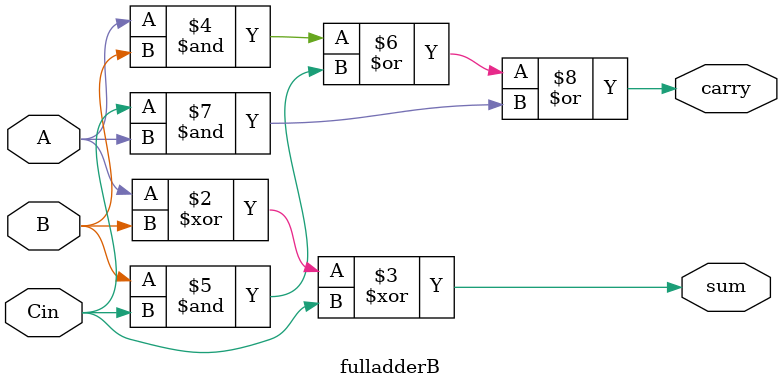
<source format=v>
`timescale 1ns / 1ps
module fulladderB(sum,carry,A,B,Cin
    );
input wire A,B,Cin;
output reg sum,carry;
always @(A or B or Cin)
begin
sum=A^B^Cin;
carry=((A&B)|(B&Cin)|(Cin&A));
end

endmodule

</source>
